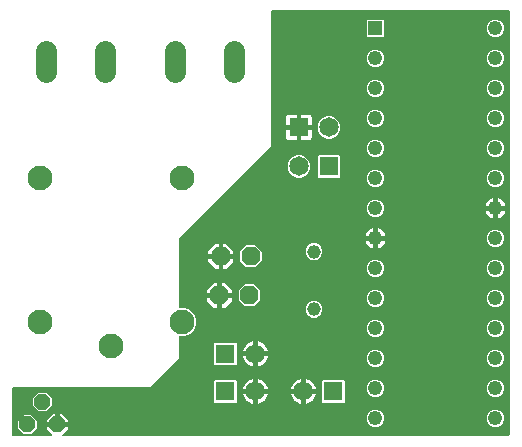
<source format=gbr>
G04 EAGLE Gerber X2 export*
%TF.Part,Single*%
%TF.FileFunction,Copper,L1,Top,Mixed*%
%TF.FilePolarity,Positive*%
%TF.GenerationSoftware,Autodesk,EAGLE,9.1.3*%
%TF.CreationDate,2018-11-21T18:37:06Z*%
G75*
%MOMM*%
%FSLAX34Y34*%
%LPD*%
%AMOC8*
5,1,8,0,0,1.08239X$1,22.5*%
G01*
%ADD10P,1.732040X8X202.500000*%
%ADD11R,1.241000X1.241000*%
%ADD12C,1.241000*%
%ADD13C,1.168000*%
%ADD14R,1.650000X1.650000*%
%ADD15C,1.650000*%
%ADD16C,2.100000*%
%ADD17P,1.429621X8X22.500000*%
%ADD18C,1.790700*%

G36*
X43065Y22865D02*
X43065Y22865D01*
X43094Y22862D01*
X43205Y22885D01*
X43317Y22901D01*
X43344Y22913D01*
X43373Y22918D01*
X43473Y22970D01*
X43577Y23017D01*
X43599Y23036D01*
X43625Y23049D01*
X43707Y23127D01*
X43794Y23200D01*
X43810Y23225D01*
X43831Y23245D01*
X43888Y23343D01*
X43951Y23437D01*
X43960Y23465D01*
X43975Y23490D01*
X44003Y23600D01*
X44037Y23708D01*
X44038Y23738D01*
X44045Y23766D01*
X44041Y23879D01*
X44044Y23992D01*
X44037Y24021D01*
X44036Y24050D01*
X44001Y24158D01*
X43972Y24267D01*
X43957Y24293D01*
X43948Y24321D01*
X43903Y24384D01*
X43827Y24512D01*
X43782Y24555D01*
X43754Y24594D01*
X39115Y29232D01*
X39115Y30989D01*
X47244Y30989D01*
X47302Y30997D01*
X47360Y30995D01*
X47442Y31017D01*
X47525Y31029D01*
X47579Y31053D01*
X47635Y31067D01*
X47708Y31110D01*
X47785Y31145D01*
X47829Y31183D01*
X47880Y31213D01*
X47937Y31274D01*
X48002Y31329D01*
X48034Y31377D01*
X48074Y31420D01*
X48113Y31495D01*
X48159Y31565D01*
X48177Y31621D01*
X48204Y31673D01*
X48215Y31741D01*
X48245Y31836D01*
X48248Y31936D01*
X48259Y32004D01*
X48259Y33021D01*
X48261Y33021D01*
X48261Y32004D01*
X48269Y31946D01*
X48268Y31888D01*
X48289Y31806D01*
X48301Y31723D01*
X48325Y31669D01*
X48339Y31613D01*
X48382Y31540D01*
X48417Y31463D01*
X48455Y31418D01*
X48485Y31368D01*
X48546Y31310D01*
X48601Y31246D01*
X48649Y31214D01*
X48692Y31174D01*
X48767Y31135D01*
X48837Y31089D01*
X48893Y31071D01*
X48945Y31044D01*
X49013Y31033D01*
X49108Y31003D01*
X49208Y31000D01*
X49276Y30989D01*
X57405Y30989D01*
X57405Y29232D01*
X52766Y24594D01*
X52749Y24570D01*
X52726Y24551D01*
X52664Y24457D01*
X52596Y24367D01*
X52585Y24339D01*
X52569Y24315D01*
X52535Y24207D01*
X52494Y24101D01*
X52492Y24072D01*
X52483Y24044D01*
X52480Y23930D01*
X52471Y23818D01*
X52477Y23789D01*
X52476Y23760D01*
X52504Y23650D01*
X52527Y23539D01*
X52540Y23513D01*
X52548Y23485D01*
X52605Y23387D01*
X52658Y23287D01*
X52678Y23265D01*
X52693Y23240D01*
X52775Y23163D01*
X52853Y23081D01*
X52879Y23066D01*
X52900Y23046D01*
X53001Y22994D01*
X53099Y22937D01*
X53127Y22930D01*
X53153Y22916D01*
X53231Y22903D01*
X53374Y22867D01*
X53437Y22869D01*
X53484Y22861D01*
X430024Y22861D01*
X430082Y22869D01*
X430140Y22867D01*
X430222Y22889D01*
X430306Y22901D01*
X430359Y22924D01*
X430415Y22939D01*
X430488Y22982D01*
X430565Y23017D01*
X430610Y23055D01*
X430660Y23084D01*
X430718Y23146D01*
X430782Y23200D01*
X430814Y23249D01*
X430854Y23292D01*
X430893Y23367D01*
X430940Y23437D01*
X430957Y23493D01*
X430984Y23545D01*
X430995Y23613D01*
X431025Y23708D01*
X431028Y23808D01*
X431039Y23876D01*
X431039Y382424D01*
X431031Y382482D01*
X431033Y382540D01*
X431011Y382622D01*
X430999Y382706D01*
X430976Y382759D01*
X430961Y382815D01*
X430918Y382888D01*
X430883Y382965D01*
X430845Y383010D01*
X430816Y383060D01*
X430754Y383118D01*
X430700Y383182D01*
X430651Y383214D01*
X430608Y383254D01*
X430533Y383293D01*
X430463Y383340D01*
X430407Y383357D01*
X430355Y383384D01*
X430287Y383395D01*
X430192Y383425D01*
X430092Y383428D01*
X430024Y383439D01*
X229870Y383439D01*
X229812Y383431D01*
X229754Y383433D01*
X229672Y383411D01*
X229588Y383399D01*
X229535Y383376D01*
X229479Y383361D01*
X229406Y383318D01*
X229329Y383283D01*
X229284Y383245D01*
X229234Y383216D01*
X229176Y383154D01*
X229112Y383100D01*
X229080Y383051D01*
X229040Y383008D01*
X229001Y382933D01*
X228954Y382863D01*
X228937Y382807D01*
X228910Y382755D01*
X228899Y382687D01*
X228869Y382592D01*
X228866Y382492D01*
X228855Y382424D01*
X228855Y268391D01*
X151682Y191218D01*
X151630Y191148D01*
X151570Y191084D01*
X151544Y191035D01*
X151511Y190991D01*
X151480Y190909D01*
X151440Y190831D01*
X151432Y190784D01*
X151410Y190725D01*
X151398Y190577D01*
X151385Y190500D01*
X151385Y132356D01*
X151393Y132298D01*
X151391Y132240D01*
X151413Y132158D01*
X151425Y132074D01*
X151449Y132021D01*
X151463Y131965D01*
X151506Y131892D01*
X151541Y131815D01*
X151579Y131770D01*
X151609Y131720D01*
X151670Y131662D01*
X151725Y131598D01*
X151773Y131566D01*
X151816Y131526D01*
X151891Y131487D01*
X151961Y131440D01*
X152017Y131423D01*
X152069Y131396D01*
X152137Y131385D01*
X152232Y131355D01*
X152332Y131352D01*
X152400Y131341D01*
X156247Y131341D01*
X160566Y129552D01*
X163872Y126246D01*
X165661Y121927D01*
X165661Y117253D01*
X163872Y112934D01*
X160566Y109628D01*
X156247Y107839D01*
X152400Y107839D01*
X152342Y107831D01*
X152284Y107833D01*
X152202Y107811D01*
X152119Y107799D01*
X152065Y107776D01*
X152009Y107761D01*
X151936Y107718D01*
X151859Y107683D01*
X151814Y107645D01*
X151764Y107616D01*
X151706Y107554D01*
X151642Y107500D01*
X151610Y107451D01*
X151570Y107408D01*
X151531Y107333D01*
X151485Y107263D01*
X151467Y107207D01*
X151440Y107155D01*
X151429Y107087D01*
X151399Y106992D01*
X151396Y106892D01*
X151385Y106824D01*
X151385Y89321D01*
X126580Y64515D01*
X11176Y64515D01*
X11118Y64507D01*
X11060Y64509D01*
X10978Y64487D01*
X10894Y64475D01*
X10841Y64452D01*
X10785Y64437D01*
X10712Y64394D01*
X10635Y64359D01*
X10590Y64321D01*
X10540Y64292D01*
X10482Y64230D01*
X10418Y64176D01*
X10386Y64127D01*
X10346Y64084D01*
X10307Y64009D01*
X10260Y63939D01*
X10243Y63883D01*
X10216Y63831D01*
X10205Y63763D01*
X10175Y63668D01*
X10172Y63568D01*
X10161Y63500D01*
X10161Y23876D01*
X10169Y23818D01*
X10167Y23760D01*
X10189Y23678D01*
X10201Y23594D01*
X10224Y23541D01*
X10239Y23485D01*
X10282Y23412D01*
X10317Y23335D01*
X10355Y23290D01*
X10384Y23240D01*
X10446Y23182D01*
X10500Y23118D01*
X10549Y23086D01*
X10592Y23046D01*
X10667Y23007D01*
X10737Y22960D01*
X10793Y22943D01*
X10845Y22916D01*
X10913Y22905D01*
X11008Y22875D01*
X11108Y22872D01*
X11176Y22861D01*
X43036Y22861D01*
X43065Y22865D01*
G37*
%LPC*%
G36*
X269362Y241959D02*
X269362Y241959D01*
X268629Y242692D01*
X268629Y260228D01*
X269362Y260961D01*
X286898Y260961D01*
X287631Y260228D01*
X287631Y242692D01*
X286898Y241959D01*
X269362Y241959D01*
G37*
%LPD*%
%LPC*%
G36*
X181732Y51459D02*
X181732Y51459D01*
X180999Y52192D01*
X180999Y69728D01*
X181732Y70461D01*
X199268Y70461D01*
X200001Y69728D01*
X200001Y52192D01*
X199268Y51459D01*
X181732Y51459D01*
G37*
%LPD*%
%LPC*%
G36*
X273172Y51459D02*
X273172Y51459D01*
X272439Y52192D01*
X272439Y69728D01*
X273172Y70461D01*
X290708Y70461D01*
X291441Y69728D01*
X291441Y52192D01*
X290708Y51459D01*
X273172Y51459D01*
G37*
%LPD*%
%LPC*%
G36*
X181732Y83209D02*
X181732Y83209D01*
X180999Y83942D01*
X180999Y101478D01*
X181732Y102211D01*
X199268Y102211D01*
X200001Y101478D01*
X200001Y83942D01*
X199268Y83209D01*
X181732Y83209D01*
G37*
%LPD*%
%LPC*%
G36*
X276240Y274979D02*
X276240Y274979D01*
X272748Y276426D01*
X270076Y279098D01*
X268629Y282590D01*
X268629Y286370D01*
X270076Y289862D01*
X272748Y292534D01*
X276240Y293981D01*
X280020Y293981D01*
X283512Y292534D01*
X286184Y289862D01*
X287631Y286370D01*
X287631Y282590D01*
X286184Y279098D01*
X283512Y276426D01*
X280020Y274979D01*
X276240Y274979D01*
G37*
%LPD*%
%LPC*%
G36*
X250840Y241959D02*
X250840Y241959D01*
X247348Y243406D01*
X244676Y246078D01*
X243229Y249570D01*
X243229Y253350D01*
X244676Y256842D01*
X247348Y259514D01*
X250840Y260961D01*
X254620Y260961D01*
X258112Y259514D01*
X260784Y256842D01*
X262231Y253350D01*
X262231Y249570D01*
X260784Y246078D01*
X258112Y243406D01*
X254620Y241959D01*
X250840Y241959D01*
G37*
%LPD*%
%LPC*%
G36*
X206988Y132988D02*
X206988Y132988D01*
X201568Y138408D01*
X201568Y146072D01*
X206988Y151492D01*
X214652Y151492D01*
X220072Y146072D01*
X220072Y138408D01*
X214652Y132988D01*
X206988Y132988D01*
G37*
%LPD*%
%LPC*%
G36*
X208258Y166008D02*
X208258Y166008D01*
X202838Y171428D01*
X202838Y179092D01*
X208258Y184512D01*
X215922Y184512D01*
X221342Y179092D01*
X221342Y171428D01*
X215922Y166008D01*
X208258Y166008D01*
G37*
%LPD*%
%LPC*%
G36*
X310777Y360844D02*
X310777Y360844D01*
X310044Y361577D01*
X310044Y375023D01*
X310777Y375756D01*
X324223Y375756D01*
X324956Y375023D01*
X324956Y361577D01*
X324223Y360844D01*
X310777Y360844D01*
G37*
%LPD*%
%LPC*%
G36*
X32306Y44215D02*
X32306Y44215D01*
X27705Y48816D01*
X27705Y55324D01*
X32306Y59925D01*
X38814Y59925D01*
X43415Y55324D01*
X43415Y48816D01*
X38814Y44215D01*
X32306Y44215D01*
G37*
%LPD*%
%LPC*%
G36*
X19606Y25165D02*
X19606Y25165D01*
X15005Y29766D01*
X15005Y36274D01*
X19606Y40875D01*
X26114Y40875D01*
X30715Y36274D01*
X30715Y29766D01*
X26114Y25165D01*
X19606Y25165D01*
G37*
%LPD*%
%LPC*%
G36*
X417617Y360844D02*
X417617Y360844D01*
X414877Y361979D01*
X412779Y364077D01*
X411644Y366817D01*
X411644Y369783D01*
X412779Y372523D01*
X414877Y374621D01*
X417617Y375756D01*
X420583Y375756D01*
X423323Y374621D01*
X425421Y372523D01*
X426556Y369783D01*
X426556Y366817D01*
X425421Y364077D01*
X423323Y361979D01*
X420583Y360844D01*
X417617Y360844D01*
G37*
%LPD*%
%LPC*%
G36*
X417617Y335444D02*
X417617Y335444D01*
X414877Y336579D01*
X412779Y338677D01*
X411644Y341417D01*
X411644Y344383D01*
X412779Y347123D01*
X414877Y349221D01*
X417617Y350356D01*
X420583Y350356D01*
X423323Y349221D01*
X425421Y347123D01*
X426556Y344383D01*
X426556Y341417D01*
X425421Y338677D01*
X423323Y336579D01*
X420583Y335444D01*
X417617Y335444D01*
G37*
%LPD*%
%LPC*%
G36*
X316017Y335444D02*
X316017Y335444D01*
X313277Y336579D01*
X311179Y338677D01*
X310044Y341417D01*
X310044Y344383D01*
X311179Y347123D01*
X313277Y349221D01*
X316017Y350356D01*
X318983Y350356D01*
X321723Y349221D01*
X323821Y347123D01*
X324956Y344383D01*
X324956Y341417D01*
X323821Y338677D01*
X321723Y336579D01*
X318983Y335444D01*
X316017Y335444D01*
G37*
%LPD*%
%LPC*%
G36*
X417617Y310044D02*
X417617Y310044D01*
X414877Y311179D01*
X412779Y313277D01*
X411644Y316017D01*
X411644Y318983D01*
X412779Y321723D01*
X414877Y323821D01*
X417617Y324956D01*
X420583Y324956D01*
X423323Y323821D01*
X425421Y321723D01*
X426556Y318983D01*
X426556Y316017D01*
X425421Y313277D01*
X423323Y311179D01*
X420583Y310044D01*
X417617Y310044D01*
G37*
%LPD*%
%LPC*%
G36*
X316017Y310044D02*
X316017Y310044D01*
X313277Y311179D01*
X311179Y313277D01*
X310044Y316017D01*
X310044Y318983D01*
X311179Y321723D01*
X313277Y323821D01*
X316017Y324956D01*
X318983Y324956D01*
X321723Y323821D01*
X323821Y321723D01*
X324956Y318983D01*
X324956Y316017D01*
X323821Y313277D01*
X321723Y311179D01*
X318983Y310044D01*
X316017Y310044D01*
G37*
%LPD*%
%LPC*%
G36*
X417617Y284644D02*
X417617Y284644D01*
X414877Y285779D01*
X412779Y287877D01*
X411644Y290617D01*
X411644Y293583D01*
X412779Y296323D01*
X414877Y298421D01*
X417617Y299556D01*
X420583Y299556D01*
X423323Y298421D01*
X425421Y296323D01*
X426556Y293583D01*
X426556Y290617D01*
X425421Y287877D01*
X423323Y285779D01*
X420583Y284644D01*
X417617Y284644D01*
G37*
%LPD*%
%LPC*%
G36*
X316017Y284644D02*
X316017Y284644D01*
X313277Y285779D01*
X311179Y287877D01*
X310044Y290617D01*
X310044Y293583D01*
X311179Y296323D01*
X313277Y298421D01*
X316017Y299556D01*
X318983Y299556D01*
X321723Y298421D01*
X323821Y296323D01*
X324956Y293583D01*
X324956Y290617D01*
X323821Y287877D01*
X321723Y285779D01*
X318983Y284644D01*
X316017Y284644D01*
G37*
%LPD*%
%LPC*%
G36*
X417617Y132244D02*
X417617Y132244D01*
X414877Y133379D01*
X412779Y135477D01*
X411644Y138217D01*
X411644Y141183D01*
X412779Y143923D01*
X414877Y146021D01*
X417617Y147156D01*
X420583Y147156D01*
X423323Y146021D01*
X425421Y143923D01*
X426556Y141183D01*
X426556Y138217D01*
X425421Y135477D01*
X423323Y133379D01*
X420583Y132244D01*
X417617Y132244D01*
G37*
%LPD*%
%LPC*%
G36*
X316017Y132244D02*
X316017Y132244D01*
X313277Y133379D01*
X311179Y135477D01*
X310044Y138217D01*
X310044Y141183D01*
X311179Y143923D01*
X313277Y146021D01*
X316017Y147156D01*
X318983Y147156D01*
X321723Y146021D01*
X323821Y143923D01*
X324956Y141183D01*
X324956Y138217D01*
X323821Y135477D01*
X321723Y133379D01*
X318983Y132244D01*
X316017Y132244D01*
G37*
%LPD*%
%LPC*%
G36*
X417617Y56044D02*
X417617Y56044D01*
X414877Y57179D01*
X412779Y59277D01*
X411644Y62017D01*
X411644Y64983D01*
X412779Y67723D01*
X414877Y69821D01*
X417617Y70956D01*
X420583Y70956D01*
X423323Y69821D01*
X425421Y67723D01*
X426556Y64983D01*
X426556Y62017D01*
X425421Y59277D01*
X423323Y57179D01*
X420583Y56044D01*
X417617Y56044D01*
G37*
%LPD*%
%LPC*%
G36*
X316017Y56044D02*
X316017Y56044D01*
X313277Y57179D01*
X311179Y59277D01*
X310044Y62017D01*
X310044Y64983D01*
X311179Y67723D01*
X313277Y69821D01*
X316017Y70956D01*
X318983Y70956D01*
X321723Y69821D01*
X323821Y67723D01*
X324956Y64983D01*
X324956Y62017D01*
X323821Y59277D01*
X321723Y57179D01*
X318983Y56044D01*
X316017Y56044D01*
G37*
%LPD*%
%LPC*%
G36*
X417617Y259244D02*
X417617Y259244D01*
X414877Y260379D01*
X412779Y262477D01*
X411644Y265217D01*
X411644Y268183D01*
X412779Y270923D01*
X414877Y273021D01*
X417617Y274156D01*
X420583Y274156D01*
X423323Y273021D01*
X425421Y270923D01*
X426556Y268183D01*
X426556Y265217D01*
X425421Y262477D01*
X423323Y260379D01*
X420583Y259244D01*
X417617Y259244D01*
G37*
%LPD*%
%LPC*%
G36*
X316017Y259244D02*
X316017Y259244D01*
X313277Y260379D01*
X311179Y262477D01*
X310044Y265217D01*
X310044Y268183D01*
X311179Y270923D01*
X313277Y273021D01*
X316017Y274156D01*
X318983Y274156D01*
X321723Y273021D01*
X323821Y270923D01*
X324956Y268183D01*
X324956Y265217D01*
X323821Y262477D01*
X321723Y260379D01*
X318983Y259244D01*
X316017Y259244D01*
G37*
%LPD*%
%LPC*%
G36*
X417617Y30644D02*
X417617Y30644D01*
X414877Y31779D01*
X412779Y33877D01*
X411644Y36617D01*
X411644Y39583D01*
X412779Y42323D01*
X414877Y44421D01*
X417617Y45556D01*
X420583Y45556D01*
X423323Y44421D01*
X425421Y42323D01*
X426556Y39583D01*
X426556Y36617D01*
X425421Y33877D01*
X423323Y31779D01*
X420583Y30644D01*
X417617Y30644D01*
G37*
%LPD*%
%LPC*%
G36*
X417617Y233844D02*
X417617Y233844D01*
X414877Y234979D01*
X412779Y237077D01*
X411644Y239817D01*
X411644Y242783D01*
X412779Y245523D01*
X414877Y247621D01*
X417617Y248756D01*
X420583Y248756D01*
X423323Y247621D01*
X425421Y245523D01*
X426556Y242783D01*
X426556Y239817D01*
X425421Y237077D01*
X423323Y234979D01*
X420583Y233844D01*
X417617Y233844D01*
G37*
%LPD*%
%LPC*%
G36*
X316017Y233844D02*
X316017Y233844D01*
X313277Y234979D01*
X311179Y237077D01*
X310044Y239817D01*
X310044Y242783D01*
X311179Y245523D01*
X313277Y247621D01*
X316017Y248756D01*
X318983Y248756D01*
X321723Y247621D01*
X323821Y245523D01*
X324956Y242783D01*
X324956Y239817D01*
X323821Y237077D01*
X321723Y234979D01*
X318983Y233844D01*
X316017Y233844D01*
G37*
%LPD*%
%LPC*%
G36*
X316017Y30644D02*
X316017Y30644D01*
X313277Y31779D01*
X311179Y33877D01*
X310044Y36617D01*
X310044Y39583D01*
X311179Y42323D01*
X313277Y44421D01*
X316017Y45556D01*
X318983Y45556D01*
X321723Y44421D01*
X323821Y42323D01*
X324956Y39583D01*
X324956Y36617D01*
X323821Y33877D01*
X321723Y31779D01*
X318983Y30644D01*
X316017Y30644D01*
G37*
%LPD*%
%LPC*%
G36*
X316017Y81444D02*
X316017Y81444D01*
X313277Y82579D01*
X311179Y84677D01*
X310044Y87417D01*
X310044Y90383D01*
X311179Y93123D01*
X313277Y95221D01*
X316017Y96356D01*
X318983Y96356D01*
X321723Y95221D01*
X323821Y93123D01*
X324956Y90383D01*
X324956Y87417D01*
X323821Y84677D01*
X321723Y82579D01*
X318983Y81444D01*
X316017Y81444D01*
G37*
%LPD*%
%LPC*%
G36*
X316017Y208444D02*
X316017Y208444D01*
X313277Y209579D01*
X311179Y211677D01*
X310044Y214417D01*
X310044Y217383D01*
X311179Y220123D01*
X313277Y222221D01*
X316017Y223356D01*
X318983Y223356D01*
X321723Y222221D01*
X323821Y220123D01*
X324956Y217383D01*
X324956Y214417D01*
X323821Y211677D01*
X321723Y209579D01*
X318983Y208444D01*
X316017Y208444D01*
G37*
%LPD*%
%LPC*%
G36*
X417617Y81444D02*
X417617Y81444D01*
X414877Y82579D01*
X412779Y84677D01*
X411644Y87417D01*
X411644Y90383D01*
X412779Y93123D01*
X414877Y95221D01*
X417617Y96356D01*
X420583Y96356D01*
X423323Y95221D01*
X425421Y93123D01*
X426556Y90383D01*
X426556Y87417D01*
X425421Y84677D01*
X423323Y82579D01*
X420583Y81444D01*
X417617Y81444D01*
G37*
%LPD*%
%LPC*%
G36*
X316017Y106844D02*
X316017Y106844D01*
X313277Y107979D01*
X311179Y110077D01*
X310044Y112817D01*
X310044Y115783D01*
X311179Y118523D01*
X313277Y120621D01*
X316017Y121756D01*
X318983Y121756D01*
X321723Y120621D01*
X323821Y118523D01*
X324956Y115783D01*
X324956Y112817D01*
X323821Y110077D01*
X321723Y107979D01*
X318983Y106844D01*
X316017Y106844D01*
G37*
%LPD*%
%LPC*%
G36*
X417617Y106844D02*
X417617Y106844D01*
X414877Y107979D01*
X412779Y110077D01*
X411644Y112817D01*
X411644Y115783D01*
X412779Y118523D01*
X414877Y120621D01*
X417617Y121756D01*
X420583Y121756D01*
X423323Y120621D01*
X425421Y118523D01*
X426556Y115783D01*
X426556Y112817D01*
X425421Y110077D01*
X423323Y107979D01*
X420583Y106844D01*
X417617Y106844D01*
G37*
%LPD*%
%LPC*%
G36*
X417617Y183044D02*
X417617Y183044D01*
X414877Y184179D01*
X412779Y186277D01*
X411644Y189017D01*
X411644Y191983D01*
X412779Y194723D01*
X414877Y196821D01*
X417617Y197956D01*
X420583Y197956D01*
X423323Y196821D01*
X425421Y194723D01*
X426556Y191983D01*
X426556Y189017D01*
X425421Y186277D01*
X423323Y184179D01*
X420583Y183044D01*
X417617Y183044D01*
G37*
%LPD*%
%LPC*%
G36*
X316017Y157644D02*
X316017Y157644D01*
X313277Y158779D01*
X311179Y160877D01*
X310044Y163617D01*
X310044Y166583D01*
X311179Y169323D01*
X313277Y171421D01*
X316017Y172556D01*
X318983Y172556D01*
X321723Y171421D01*
X323821Y169323D01*
X324956Y166583D01*
X324956Y163617D01*
X323821Y160877D01*
X321723Y158779D01*
X318983Y157644D01*
X316017Y157644D01*
G37*
%LPD*%
%LPC*%
G36*
X417617Y157644D02*
X417617Y157644D01*
X414877Y158779D01*
X412779Y160877D01*
X411644Y163617D01*
X411644Y166583D01*
X412779Y169323D01*
X414877Y171421D01*
X417617Y172556D01*
X420583Y172556D01*
X423323Y171421D01*
X425421Y169323D01*
X426556Y166583D01*
X426556Y163617D01*
X425421Y160877D01*
X423323Y158779D01*
X420583Y157644D01*
X417617Y157644D01*
G37*
%LPD*%
%LPC*%
G36*
X264020Y172249D02*
X264020Y172249D01*
X261413Y173329D01*
X259419Y175323D01*
X258339Y177930D01*
X258339Y180750D01*
X259419Y183357D01*
X261413Y185351D01*
X264020Y186431D01*
X266840Y186431D01*
X269447Y185351D01*
X271441Y183357D01*
X272521Y180750D01*
X272521Y177930D01*
X271441Y175323D01*
X269447Y173329D01*
X266840Y172249D01*
X264020Y172249D01*
G37*
%LPD*%
%LPC*%
G36*
X264020Y123449D02*
X264020Y123449D01*
X261413Y124529D01*
X259419Y126523D01*
X258339Y129130D01*
X258339Y131950D01*
X259419Y134557D01*
X261413Y136551D01*
X264020Y137631D01*
X266840Y137631D01*
X269447Y136551D01*
X271441Y134557D01*
X272521Y131950D01*
X272521Y129130D01*
X271441Y126523D01*
X269447Y124529D01*
X266840Y123449D01*
X264020Y123449D01*
G37*
%LPD*%
%LPC*%
G36*
X254761Y286511D02*
X254761Y286511D01*
X254761Y295271D01*
X261314Y295271D01*
X261961Y295098D01*
X262540Y294763D01*
X263013Y294290D01*
X263348Y293711D01*
X263521Y293064D01*
X263521Y286511D01*
X254761Y286511D01*
G37*
%LPD*%
%LPC*%
G36*
X241939Y286511D02*
X241939Y286511D01*
X241939Y293064D01*
X242112Y293711D01*
X242447Y294290D01*
X242920Y294763D01*
X243499Y295098D01*
X244146Y295271D01*
X250699Y295271D01*
X250699Y286511D01*
X241939Y286511D01*
G37*
%LPD*%
%LPC*%
G36*
X254761Y273689D02*
X254761Y273689D01*
X254761Y282449D01*
X263521Y282449D01*
X263521Y275896D01*
X263348Y275249D01*
X263013Y274670D01*
X262540Y274197D01*
X261961Y273862D01*
X261314Y273689D01*
X254761Y273689D01*
G37*
%LPD*%
%LPC*%
G36*
X244146Y273689D02*
X244146Y273689D01*
X243499Y273862D01*
X242920Y274197D01*
X242447Y274670D01*
X242112Y275249D01*
X241939Y275896D01*
X241939Y282449D01*
X250699Y282449D01*
X250699Y273689D01*
X244146Y273689D01*
G37*
%LPD*%
%LPC*%
G36*
X187451Y144271D02*
X187451Y144271D01*
X187451Y152782D01*
X189787Y152782D01*
X195962Y146607D01*
X195962Y144271D01*
X187451Y144271D01*
G37*
%LPD*%
%LPC*%
G36*
X188721Y177291D02*
X188721Y177291D01*
X188721Y185802D01*
X191057Y185802D01*
X197232Y179627D01*
X197232Y177291D01*
X188721Y177291D01*
G37*
%LPD*%
%LPC*%
G36*
X176148Y177291D02*
X176148Y177291D01*
X176148Y179627D01*
X182323Y185802D01*
X184659Y185802D01*
X184659Y177291D01*
X176148Y177291D01*
G37*
%LPD*%
%LPC*%
G36*
X188721Y164718D02*
X188721Y164718D01*
X188721Y173229D01*
X197232Y173229D01*
X197232Y170893D01*
X191057Y164718D01*
X188721Y164718D01*
G37*
%LPD*%
%LPC*%
G36*
X174878Y144271D02*
X174878Y144271D01*
X174878Y146607D01*
X181053Y152782D01*
X183389Y152782D01*
X183389Y144271D01*
X174878Y144271D01*
G37*
%LPD*%
%LPC*%
G36*
X187451Y131698D02*
X187451Y131698D01*
X187451Y140209D01*
X195962Y140209D01*
X195962Y137873D01*
X189787Y131698D01*
X187451Y131698D01*
G37*
%LPD*%
%LPC*%
G36*
X182323Y164718D02*
X182323Y164718D01*
X176148Y170893D01*
X176148Y173229D01*
X184659Y173229D01*
X184659Y164718D01*
X182323Y164718D01*
G37*
%LPD*%
%LPC*%
G36*
X181053Y131698D02*
X181053Y131698D01*
X174878Y137873D01*
X174878Y140209D01*
X183389Y140209D01*
X183389Y131698D01*
X181053Y131698D01*
G37*
%LPD*%
%LPC*%
G36*
X217931Y62991D02*
X217931Y62991D01*
X217931Y71564D01*
X218427Y71485D01*
X220042Y70960D01*
X221556Y70189D01*
X222930Y69191D01*
X224131Y67990D01*
X225129Y66616D01*
X225900Y65102D01*
X226425Y63487D01*
X226504Y62991D01*
X217931Y62991D01*
G37*
%LPD*%
%LPC*%
G36*
X217931Y94741D02*
X217931Y94741D01*
X217931Y103314D01*
X218427Y103235D01*
X220042Y102710D01*
X221556Y101939D01*
X222930Y100941D01*
X224131Y99740D01*
X225129Y98366D01*
X225900Y96852D01*
X226425Y95237D01*
X226504Y94741D01*
X217931Y94741D01*
G37*
%LPD*%
%LPC*%
G36*
X258571Y62991D02*
X258571Y62991D01*
X258571Y71564D01*
X259067Y71485D01*
X260682Y70960D01*
X262196Y70189D01*
X263570Y69191D01*
X264771Y67990D01*
X265769Y66616D01*
X266540Y65102D01*
X267065Y63487D01*
X267144Y62991D01*
X258571Y62991D01*
G37*
%LPD*%
%LPC*%
G36*
X217931Y90679D02*
X217931Y90679D01*
X226504Y90679D01*
X226425Y90183D01*
X225900Y88568D01*
X225129Y87054D01*
X224131Y85680D01*
X222930Y84479D01*
X221556Y83481D01*
X220042Y82710D01*
X218427Y82185D01*
X217931Y82106D01*
X217931Y90679D01*
G37*
%LPD*%
%LPC*%
G36*
X205296Y62991D02*
X205296Y62991D01*
X205375Y63487D01*
X205900Y65102D01*
X206671Y66616D01*
X207669Y67990D01*
X208870Y69191D01*
X210244Y70189D01*
X211758Y70960D01*
X213373Y71485D01*
X213869Y71564D01*
X213869Y62991D01*
X205296Y62991D01*
G37*
%LPD*%
%LPC*%
G36*
X245936Y62991D02*
X245936Y62991D01*
X246015Y63487D01*
X246540Y65102D01*
X247311Y66616D01*
X248309Y67990D01*
X249510Y69191D01*
X250884Y70189D01*
X252398Y70960D01*
X254013Y71485D01*
X254509Y71564D01*
X254509Y62991D01*
X245936Y62991D01*
G37*
%LPD*%
%LPC*%
G36*
X205296Y94741D02*
X205296Y94741D01*
X205375Y95237D01*
X205900Y96852D01*
X206671Y98366D01*
X207669Y99740D01*
X208870Y100941D01*
X210244Y101939D01*
X211758Y102710D01*
X213373Y103235D01*
X213869Y103314D01*
X213869Y94741D01*
X205296Y94741D01*
G37*
%LPD*%
%LPC*%
G36*
X217931Y58929D02*
X217931Y58929D01*
X226504Y58929D01*
X226425Y58433D01*
X225900Y56818D01*
X225129Y55304D01*
X224131Y53930D01*
X222930Y52729D01*
X221556Y51731D01*
X220042Y50960D01*
X218427Y50435D01*
X217931Y50356D01*
X217931Y58929D01*
G37*
%LPD*%
%LPC*%
G36*
X258571Y58929D02*
X258571Y58929D01*
X267144Y58929D01*
X267065Y58433D01*
X266540Y56818D01*
X265769Y55304D01*
X264771Y53930D01*
X263570Y52729D01*
X262196Y51731D01*
X260682Y50960D01*
X259067Y50435D01*
X258571Y50356D01*
X258571Y58929D01*
G37*
%LPD*%
%LPC*%
G36*
X213373Y82185D02*
X213373Y82185D01*
X211758Y82710D01*
X210244Y83481D01*
X208870Y84479D01*
X207669Y85680D01*
X206671Y87054D01*
X205900Y88568D01*
X205375Y90183D01*
X205296Y90679D01*
X213869Y90679D01*
X213869Y82106D01*
X213373Y82185D01*
G37*
%LPD*%
%LPC*%
G36*
X213373Y50435D02*
X213373Y50435D01*
X211758Y50960D01*
X210244Y51731D01*
X208870Y52729D01*
X207669Y53930D01*
X206671Y55304D01*
X205900Y56818D01*
X205375Y58433D01*
X205296Y58929D01*
X213869Y58929D01*
X213869Y50356D01*
X213373Y50435D01*
G37*
%LPD*%
%LPC*%
G36*
X254013Y50435D02*
X254013Y50435D01*
X252398Y50960D01*
X250884Y51731D01*
X249510Y52729D01*
X248309Y53930D01*
X247311Y55304D01*
X246540Y56818D01*
X246015Y58433D01*
X245936Y58929D01*
X254509Y58929D01*
X254509Y50356D01*
X254013Y50435D01*
G37*
%LPD*%
%LPC*%
G36*
X50291Y35051D02*
X50291Y35051D01*
X50291Y42165D01*
X52048Y42165D01*
X57405Y36808D01*
X57405Y35051D01*
X50291Y35051D01*
G37*
%LPD*%
%LPC*%
G36*
X39115Y35051D02*
X39115Y35051D01*
X39115Y36808D01*
X44472Y42165D01*
X46229Y42165D01*
X46229Y35051D01*
X39115Y35051D01*
G37*
%LPD*%
%LPC*%
G36*
X420932Y217732D02*
X420932Y217732D01*
X420932Y224453D01*
X421651Y224310D01*
X423243Y223650D01*
X424675Y222693D01*
X425893Y221475D01*
X426850Y220043D01*
X427510Y218451D01*
X427653Y217732D01*
X420932Y217732D01*
G37*
%LPD*%
%LPC*%
G36*
X319332Y192332D02*
X319332Y192332D01*
X319332Y199053D01*
X320051Y198910D01*
X321643Y198250D01*
X323075Y197293D01*
X324293Y196075D01*
X325250Y194643D01*
X325910Y193051D01*
X326053Y192332D01*
X319332Y192332D01*
G37*
%LPD*%
%LPC*%
G36*
X420932Y214068D02*
X420932Y214068D01*
X427653Y214068D01*
X427510Y213349D01*
X426850Y211757D01*
X425893Y210325D01*
X424675Y209107D01*
X423243Y208150D01*
X421651Y207490D01*
X420932Y207347D01*
X420932Y214068D01*
G37*
%LPD*%
%LPC*%
G36*
X308947Y192332D02*
X308947Y192332D01*
X309090Y193051D01*
X309750Y194643D01*
X310707Y196075D01*
X311925Y197293D01*
X313357Y198250D01*
X314949Y198910D01*
X315668Y199053D01*
X315668Y192332D01*
X308947Y192332D01*
G37*
%LPD*%
%LPC*%
G36*
X410547Y217732D02*
X410547Y217732D01*
X410690Y218451D01*
X411350Y220043D01*
X412307Y221475D01*
X413525Y222693D01*
X414957Y223650D01*
X416549Y224310D01*
X417268Y224453D01*
X417268Y217732D01*
X410547Y217732D01*
G37*
%LPD*%
%LPC*%
G36*
X319332Y188668D02*
X319332Y188668D01*
X326053Y188668D01*
X325910Y187949D01*
X325250Y186357D01*
X324293Y184925D01*
X323075Y183707D01*
X321643Y182750D01*
X320051Y182090D01*
X319332Y181947D01*
X319332Y188668D01*
G37*
%LPD*%
%LPC*%
G36*
X314949Y182090D02*
X314949Y182090D01*
X313357Y182750D01*
X311925Y183707D01*
X310707Y184925D01*
X309750Y186357D01*
X309090Y187949D01*
X308947Y188668D01*
X315668Y188668D01*
X315668Y181947D01*
X314949Y182090D01*
G37*
%LPD*%
%LPC*%
G36*
X416549Y207490D02*
X416549Y207490D01*
X414957Y208150D01*
X413525Y209107D01*
X412307Y210325D01*
X411350Y211757D01*
X410690Y213349D01*
X410547Y214068D01*
X417268Y214068D01*
X417268Y207347D01*
X416549Y207490D01*
G37*
%LPD*%
%LPC*%
G36*
X215899Y92709D02*
X215899Y92709D01*
X215899Y92711D01*
X215901Y92711D01*
X215901Y92709D01*
X215899Y92709D01*
G37*
%LPD*%
%LPC*%
G36*
X252729Y284479D02*
X252729Y284479D01*
X252729Y284481D01*
X252731Y284481D01*
X252731Y284479D01*
X252729Y284479D01*
G37*
%LPD*%
%LPC*%
G36*
X186689Y175259D02*
X186689Y175259D01*
X186689Y175261D01*
X186691Y175261D01*
X186691Y175259D01*
X186689Y175259D01*
G37*
%LPD*%
%LPC*%
G36*
X256539Y60959D02*
X256539Y60959D01*
X256539Y60961D01*
X256541Y60961D01*
X256541Y60959D01*
X256539Y60959D01*
G37*
%LPD*%
%LPC*%
G36*
X215899Y60959D02*
X215899Y60959D01*
X215899Y60961D01*
X215901Y60961D01*
X215901Y60959D01*
X215899Y60959D01*
G37*
%LPD*%
%LPC*%
G36*
X185419Y142239D02*
X185419Y142239D01*
X185419Y142241D01*
X185421Y142241D01*
X185421Y142239D01*
X185419Y142239D01*
G37*
%LPD*%
D10*
X212090Y175260D03*
X186690Y175260D03*
X210820Y142240D03*
X185420Y142240D03*
D11*
X317500Y368300D03*
D12*
X317500Y342900D03*
X317500Y317500D03*
X317500Y292100D03*
X317500Y266700D03*
X317500Y241300D03*
X317500Y215900D03*
X317500Y190500D03*
X317500Y165100D03*
X317500Y139700D03*
X317500Y114300D03*
X317500Y88900D03*
X317500Y63500D03*
X317500Y38100D03*
X419100Y38100D03*
X419100Y63500D03*
X419100Y88900D03*
X419100Y114300D03*
X419100Y139700D03*
X419100Y165100D03*
X419100Y190500D03*
X419100Y215900D03*
X419100Y241300D03*
X419100Y266700D03*
X419100Y292100D03*
X419100Y317500D03*
X419100Y342900D03*
X419100Y368300D03*
D13*
X265430Y130540D03*
X265430Y179340D03*
D14*
X278130Y251460D03*
D15*
X252730Y251460D03*
D14*
X252730Y284480D03*
D15*
X278130Y284480D03*
D16*
X33910Y241590D03*
X33910Y119590D03*
X93910Y99590D03*
X153910Y119590D03*
X153910Y241590D03*
D17*
X48260Y33020D03*
X35560Y52070D03*
X22860Y33020D03*
D18*
X88500Y331407D02*
X88500Y349314D01*
X38500Y349314D02*
X38500Y331407D01*
X197720Y331407D02*
X197720Y349314D01*
X147720Y349314D02*
X147720Y331407D01*
D14*
X190500Y60960D03*
D15*
X215900Y60960D03*
D14*
X281940Y60960D03*
D15*
X256540Y60960D03*
D14*
X190500Y92710D03*
D15*
X215900Y92710D03*
M02*

</source>
